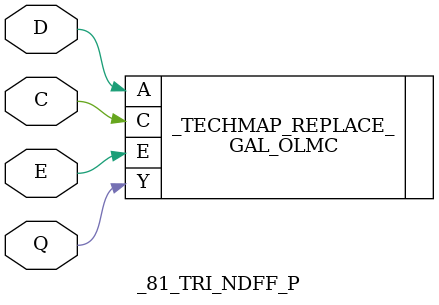
<source format=v>
(* techmap_celltype = "DFF_P" *)
module _80_DFF_P (C, D, Q);
	input C, D;
	output Q;

	generate
		GAL_OLMC #(
			.REGISTERED(1'b1),
			.INVERTED(1'b0)
		) _TECHMAP_REPLACE_ (
			.C(C),
			.E(1'b1),
			.A(D),
			.Y(Q)
		);
	endgenerate
endmodule

(* techmap_celltype = "NDFF_P" *)
module _81_NDFF_P (C, D, Q);
	input C, D;
	output Q;

	generate
		GAL_OLMC #(
			.REGISTERED(1'b1),
			.INVERTED(1'b1)
		) _TECHMAP_REPLACE_ (
			.C(C),
			.E(1'b1),
			.A(D),
			.Y(Q)
		);
	endgenerate
endmodule

(* techmap_celltype = "TRI_DFF_P" *)
module _80_TRI_DFF_P (C, E, D, Q);
	input C, E, D;
	inout Q;

	generate
		GAL_OLMC #(
			.REGISTERED(1'b1),
			.INVERTED(1'b0)
		) _TECHMAP_REPLACE_ (
			.C(C),
			.E(E),
			.A(D),
			.Y(Q)
		);
	endgenerate
endmodule

(* techmap_celltype = "TRI_NDFF_P" *)
module _81_TRI_NDFF_P (C, E, D, Q);
	input C, E, D;
	inout Q;

	generate
		GAL_OLMC #(
			.REGISTERED(1'b1),
			.INVERTED(1'b1)
		) _TECHMAP_REPLACE_ (
			.C(C),
			.E(E),
			.A(D),
			.Y(Q)
		);
	endgenerate
endmodule

</source>
